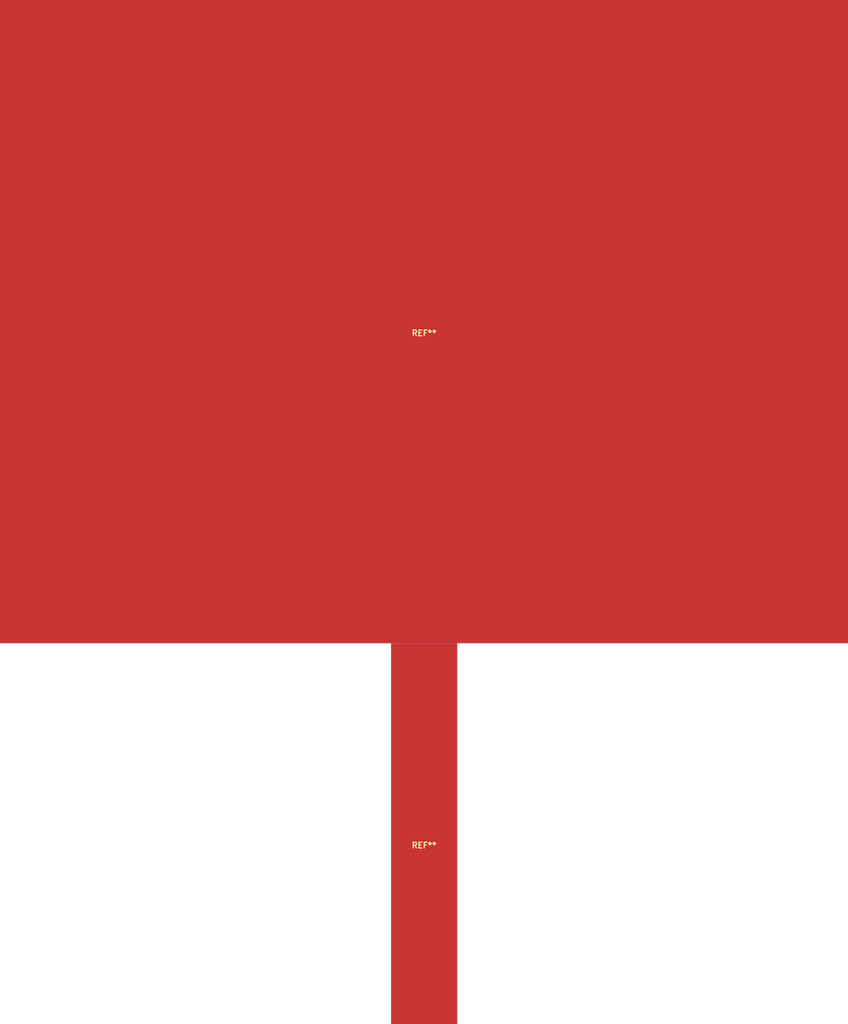
<source format=kicad_pcb>
(kicad_pcb (version 4) (host pcbnew 4.0.4+dfsg1-stable)

  (general
    (links 0)
    (no_connects 0)
    (area 28.2891 23.274245 65.7109 68.346755)
    (thickness 1.6)
    (drawings 0)
    (tracks 0)
    (zones 0)
    (modules 2)
    (nets 1)
  )

  (page A4)
  (layers
    (0 F.Cu signal)
    (31 B.Cu signal)
    (32 B.Adhes user)
    (33 F.Adhes user)
    (34 B.Paste user)
    (35 F.Paste user)
    (36 B.SilkS user)
    (37 F.SilkS user)
    (38 B.Mask user)
    (39 F.Mask user)
    (40 Dwgs.User user)
    (41 Cmts.User user)
    (42 Eco1.User user)
    (43 Eco2.User user)
    (44 Edge.Cuts user)
    (45 Margin user)
    (46 B.CrtYd user)
    (47 F.CrtYd user)
    (48 B.Fab user)
    (49 F.Fab user)
  )

  (setup
    (last_trace_width 0.25)
    (trace_clearance 0.2)
    (zone_clearance 0.508)
    (zone_45_only no)
    (trace_min 0.2)
    (segment_width 0.2)
    (edge_width 0.15)
    (via_size 0.6)
    (via_drill 0.4)
    (via_min_size 0.4)
    (via_min_drill 0.3)
    (uvia_size 0.3)
    (uvia_drill 0.1)
    (uvias_allowed no)
    (uvia_min_size 0.2)
    (uvia_min_drill 0.1)
    (pcb_text_width 0.3)
    (pcb_text_size 1.5 1.5)
    (mod_edge_width 0.15)
    (mod_text_size 1 1)
    (mod_text_width 0.15)
    (pad_size 1 3)
    (pad_drill 0)
    (pad_to_mask_clearance 0.2)
    (aux_axis_origin 0 0)
    (visible_elements FFFFFF7F)
    (pcbplotparams
      (layerselection 0x00030_80000001)
      (usegerberextensions false)
      (excludeedgelayer true)
      (linewidth 0.150000)
      (plotframeref false)
      (viasonmask false)
      (mode 1)
      (useauxorigin false)
      (hpglpennumber 1)
      (hpglpenspeed 20)
      (hpglpendiameter 15)
      (hpglpenoverlay 2)
      (psnegative false)
      (psa4output false)
      (plotreference true)
      (plotvalue true)
      (plotinvisibletext false)
      (padsonsilk false)
      (subtractmaskfromsilk false)
      (outputformat 1)
      (mirror false)
      (drillshape 1)
      (scaleselection 1)
      (outputdirectory ""))
  )

  (net 0 "")

  (net_class Default "This is the default net class."
    (clearance 0.2)
    (trace_width 0.25)
    (via_dia 0.6)
    (via_drill 0.4)
    (uvia_dia 0.3)
    (uvia_drill 0.1)
  )

  (module PATCH (layer F.Cu) (tedit 0) (tstamp 0)
    (at 47 37.5)
    (fp_text reference REF** (at 0 0.5) (layer F.SilkS)
      (effects (font (size 0.25 0.25) (thickness 0.05)))
    )
    (fp_text value micostrip_line (at 0 -0.5) (layer F.Fab)
      (effects (font (size 0.25 0.25) (thickness 0.05)))
    )
    (pad 1 smd rect (at 0 0) (size 37.0218 28.05151) (layers F.Cu))
  )

  (module LINE (layer F.Cu) (tedit 0) (tstamp 0)
    (at 47 59.836255)
    (fp_text reference REF** (at 0 0.5) (layer F.SilkS)
      (effects (font (size 0.25 0.25) (thickness 0.05)))
    )
    (fp_text value micostrip_line (at 0 -0.5) (layer F.Fab)
      (effects (font (size 0.25 0.25) (thickness 0.05)))
    )
    (pad 1 smd rect (at 0 0) (size 2.8892 16.621) (layers F.Cu))
  )

)

</source>
